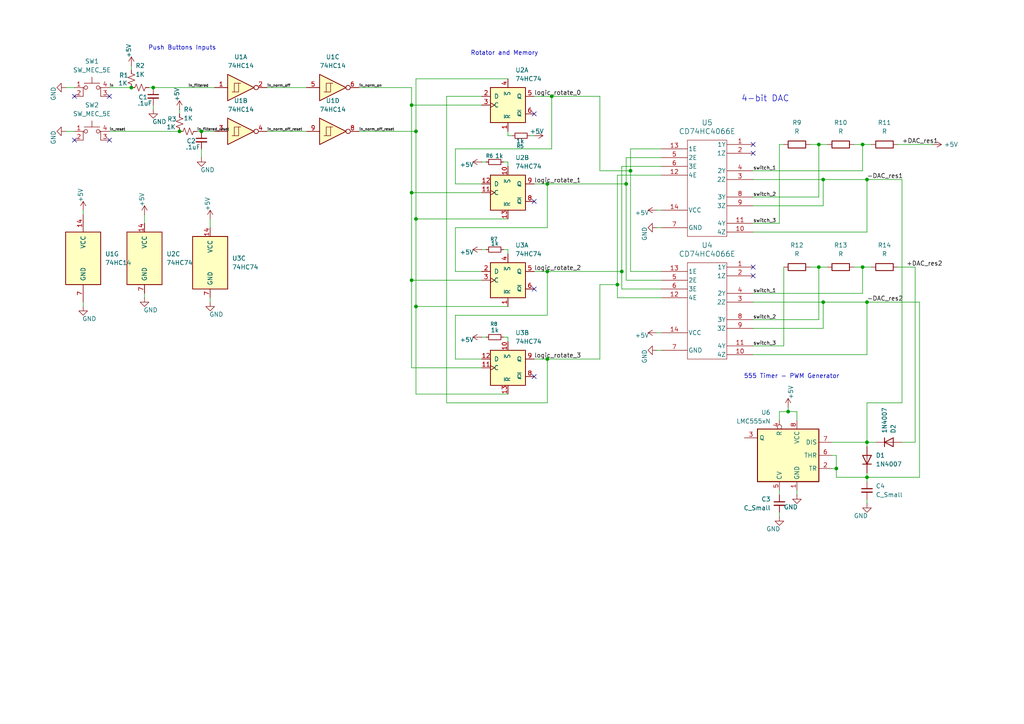
<source format=kicad_sch>
(kicad_sch (version 20250114) (generator "eeschema") (generator_version "9.0")
  (paper "A4")
  (title_block (title "PWM Controller") (date "2025-12-22"))
  (lib_symbols
    (symbol "74HC4006:CD74HC4066E" (pin_names (offset 0.254))
      (property "Reference" "U5" (at 20.32 7.62 0))
      (property "Value" "CD74HC4066E" (at 20.32 5.08 0))
      (symbol "CD74HC4066E_0_1"
        (polyline (pts (xy 15.24 2.54) (xy 15.24 -25.4)) (stroke (width 0.127)))
        (polyline (pts (xy 15.24 -25.4) (xy 26.67 -25.4)) (stroke (width 0.127)))
        (polyline (pts (xy 26.67 2.54) (xy 15.24 2.54)) (stroke (width 0.127)))
        (polyline (pts (xy 26.67 -25.4) (xy 26.67 2.54)) (stroke (width 0.127)))
        (pin input line (at 7.62 0 0) (length 7.62) (name "1E") (number "13"))
        (pin input line (at 7.62 -2.54 0) (length 7.62) (name "2E") (number "5"))
        (pin input line (at 7.62 -5.08 0) (length 7.62) (name "3E") (number "6"))
        (pin input line (at 7.62 -7.62 0) (length 7.62) (name "4E") (number "12"))
        (pin power_in line (at 7.62 -17.78 0) (length 7.62) (name "VCC") (number "14"))
        (pin power_in line (at 7.62 -22.86 0) (length 7.62) (name "GND") (number "7"))
        (pin output line (at 34.29 1.27 180) (length 7.62) (name "1Y") (number "1"))
        (pin output line (at 34.29 -1.27 180) (length 7.62) (name "1Z") (number "2"))
        (pin output line (at 34.29 -6.35 180) (length 7.62) (name "2Y") (number "4"))
        (pin output line (at 34.29 -8.89 180) (length 7.62) (name "2Z") (number "3"))
        (pin output line (at 34.29 -13.97 180) (length 7.62) (name "3Y") (number "8"))
        (pin output line (at 34.29 -16.51 180) (length 7.62) (name "3Z") (number "9"))
        (pin output line (at 34.29 -21.59 180) (length 7.62) (name "4Y") (number "11"))
        (pin output line (at 34.29 -24.13 180) (length 7.62) (name "4Z") (number "10"))
      )
    )
    (symbol "74xx:74HC14" (pin_names (offset 1.016))
      (property "Reference" "U" (at 0 1.27 0))
      (property "Value" "74HC14" (at 0 -1.27 0))
      (symbol "74HC14_1_0"
        (polyline (pts (xy -3.81 3.81) (xy -3.81 -3.81) (xy 3.81 0) (xy -3.81 3.81)) (stroke (width 0.254)) (fill (type background)))
        (pin input line (at -7.62 0 0) (length 3.81) (name "~") (number "1"))
        (pin output inverted (at 7.62 0 180) (length 3.81) (name "~") (number "2"))
      )
      (symbol "74HC14_1_1"
        (polyline (pts (xy -2.54 -1.27) (xy -0.635 -1.27) (xy -0.635 1.27) (xy 0 1.27)))
        (polyline (pts (xy -1.905 -1.27) (xy -1.905 1.27) (xy -0.635 1.27)))
      )
      (symbol "74HC14_2_0"
        (polyline (pts (xy -3.81 3.81) (xy -3.81 -3.81) (xy 3.81 0) (xy -3.81 3.81)) (stroke (width 0.254)) (fill (type background)))
        (pin input line (at -7.62 0 0) (length 3.81) (name "~") (number "3"))
        (pin output inverted (at 7.62 0 180) (length 3.81) (name "~") (number "4"))
      )
      (symbol "74HC14_2_1"
        (polyline (pts (xy -2.54 -1.27) (xy -0.635 -1.27) (xy -0.635 1.27) (xy 0 1.27)))
        (polyline (pts (xy -1.905 -1.27) (xy -1.905 1.27) (xy -0.635 1.27)))
      )
      (symbol "74HC14_3_0"
        (polyline (pts (xy -3.81 3.81) (xy -3.81 -3.81) (xy 3.81 0) (xy -3.81 3.81)) (stroke (width 0.254)) (fill (type background)))
        (pin input line (at -7.62 0 0) (length 3.81) (name "~") (number "5"))
        (pin output inverted (at 7.62 0 180) (length 3.81) (name "~") (number "6"))
      )
      (symbol "74HC14_3_1"
        (polyline (pts (xy -2.54 -1.27) (xy -0.635 -1.27) (xy -0.635 1.27) (xy 0 1.27)))
        (polyline (pts (xy -1.905 -1.27) (xy -1.905 1.27) (xy -0.635 1.27)))
      )
      (symbol "74HC14_4_0"
        (polyline (pts (xy -3.81 3.81) (xy -3.81 -3.81) (xy 3.81 0) (xy -3.81 3.81)) (stroke (width 0.254)) (fill (type background)))
        (pin input line (at -7.62 0 0) (length 3.81) (name "~") (number "9"))
        (pin output inverted (at 7.62 0 180) (length 3.81) (name "~") (number "8"))
      )
      (symbol "74HC14_4_1"
        (polyline (pts (xy -2.54 -1.27) (xy -0.635 -1.27) (xy -0.635 1.27) (xy 0 1.27)))
        (polyline (pts (xy -1.905 -1.27) (xy -1.905 1.27) (xy -0.635 1.27)))
      )
      (symbol "74HC14_5_0"
        (polyline (pts (xy -3.81 3.81) (xy -3.81 -3.81) (xy 3.81 0) (xy -3.81 3.81)) (stroke (width 0.254)) (fill (type background)))
        (pin input line (at -7.62 0 0) (length 3.81) (name "~") (number "11"))
        (pin output inverted (at 7.62 0 180) (length 3.81) (name "~") (number "10"))
      )
      (symbol "74HC14_5_1"
        (polyline (pts (xy -2.54 -1.27) (xy -0.635 -1.27) (xy -0.635 1.27) (xy 0 1.27)))
        (polyline (pts (xy -1.905 -1.27) (xy -1.905 1.27) (xy -0.635 1.27)))
      )
      (symbol "74HC14_6_0"
        (polyline (pts (xy -3.81 3.81) (xy -3.81 -3.81) (xy 3.81 0) (xy -3.81 3.81)) (stroke (width 0.254)) (fill (type background)))
        (pin input line (at -7.62 0 0) (length 3.81) (name "~") (number "13"))
        (pin output inverted (at 7.62 0 180) (length 3.81) (name "~") (number "12"))
      )
      (symbol "74HC14_6_1"
        (polyline (pts (xy -2.54 -1.27) (xy -0.635 -1.27) (xy -0.635 1.27) (xy 0 1.27)))
        (polyline (pts (xy -1.905 -1.27) (xy -1.905 1.27) (xy -0.635 1.27)))
      )
      (symbol "74HC14_7_0"
        (pin power_in line (at 0 12.7 270) (length 5.08) (name "VCC") (number "14"))
        (pin power_in line (at 0 -12.7 90) (length 5.08) (name "GND") (number "7"))
      )
      (symbol "74HC14_7_1"
        (rectangle (start -5.08 7.62) (end 5.08 -7.62) (stroke (width 0.254)) (fill (type background)))
      )
    )
    (symbol "74xx:74HC74" (pin_names (offset 1.016))
      (property "Reference" "U" (at -7.62 8.89 0))
      (property "Value" "74HC74" (at -7.62 -8.89 0))
      (symbol "74HC74_1_0"
        (pin input line (at -7.62 2.54 0) (length 2.54) (name "D") (number "2"))
        (pin input clock (at -7.62 0 0) (length 2.54) (name "C") (number "3"))
        (pin input line (at 0 7.62 270) (length 2.54) (name "~{S}") (number "4"))
        (pin input line (at 0 -7.62 90) (length 2.54) (name "~{R}") (number "1"))
        (pin output line (at 7.62 2.54 180) (length 2.54) (name "Q") (number "5"))
        (pin output line (at 7.62 -2.54 180) (length 2.54) (name "~{Q}") (number "6"))
      )
      (symbol "74HC74_1_1"
        (rectangle (start -5.08 5.08) (end 5.08 -5.08) (stroke (width 0.254)) (fill (type background)))
      )
      (symbol "74HC74_2_0"
        (pin input line (at -7.62 2.54 0) (length 2.54) (name "D") (number "12"))
        (pin input clock (at -7.62 0 0) (length 2.54) (name "C") (number "11"))
        (pin input line (at 0 7.62 270) (length 2.54) (name "~{S}") (number "10"))
        (pin input line (at 0 -7.62 90) (length 2.54) (name "~{R}") (number "13"))
        (pin output line (at 7.62 2.54 180) (length 2.54) (name "Q") (number "9"))
        (pin output line (at 7.62 -2.54 180) (length 2.54) (name "~{Q}") (number "8"))
      )
      (symbol "74HC74_2_1"
        (rectangle (start -5.08 5.08) (end 5.08 -5.08) (stroke (width 0.254)) (fill (type background)))
      )
      (symbol "74HC74_3_0"
        (pin power_in line (at 0 10.16 270) (length 2.54) (name "VCC") (number "14"))
        (pin power_in line (at 0 -10.16 90) (length 2.54) (name "GND") (number "7"))
      )
      (symbol "74HC74_3_1"
        (rectangle (start -5.08 7.62) (end 5.08 -7.62) (stroke (width 0.254)) (fill (type background)))
      )
    )
    (symbol "Device:C_Small" (pin_numbers (hide yes)) (pin_names (offset 0.254) (hide yes))
      (property "Reference" "C" (at 0.254 1.778 0))
      (property "Value" "C_Small" (at 0.254 -2.032 0))
      (symbol "C_Small_0_1"
        (polyline (pts (xy -1.524 0.508) (xy 1.524 0.508)) (stroke (width 0.3048)))
        (polyline (pts (xy -1.524 -0.508) (xy 1.524 -0.508)) (stroke (width 0.3302)))
      )
      (symbol "C_Small_1_1"
        (pin passive line (at 0 2.54 270) (length 2.032) (name "~") (number "1"))
        (pin passive line (at 0 -2.54 90) (length 2.032) (name "~") (number "2"))
      )
    )
    (symbol "Device:R" (pin_numbers (hide yes)) (pin_names (offset 0))
      (property "Reference" "R" (at 2.032 0 90))
      (property "Value" "R" (at 0 0 90))
      (symbol "R_0_1"
        (rectangle (start -1.016 -2.54) (end 1.016 2.54) (stroke (width 0.254)))
      )
      (symbol "R_1_1"
        (pin passive line (at 0 3.81 270) (length 1.27) (name "~") (number "1"))
        (pin passive line (at 0 -3.81 90) (length 1.27) (name "~") (number "2"))
      )
    )
    (symbol "Device:R_Small" (pin_numbers (hide yes)) (pin_names (offset 0.254) (hide yes))
      (property "Reference" "R" (at 0 0 90))
      (property "Value" "R_Small" (at 1.778 0 90))
      (symbol "R_Small_0_1"
        (rectangle (start -0.762 1.778) (end 0.762 -1.778) (stroke (width 0.2032)))
      )
      (symbol "R_Small_1_1"
        (pin passive line (at 0 2.54 270) (length 0.762) (name "~") (number "1"))
        (pin passive line (at 0 -2.54 90) (length 0.762) (name "~") (number "2"))
      )
    )
    (symbol "Device:R_Small_US" (pin_numbers (hide yes)) (pin_names (offset 0.254) (hide yes))
      (property "Reference" "R" (at 0.762 0.508 0))
      (property "Value" "R_Small_US" (at 0.762 -1.016 0))
      (symbol "R_Small_US_1_1"
        (polyline (pts (xy 0 1.524) (xy 1.016 1.143) (xy 0 0.762) (xy -1.016 0.381) (xy 0 0)))
        (polyline (pts (xy 0 0) (xy 1.016 -0.381) (xy 0 -0.762) (xy -1.016 -1.143) (xy 0 -1.524)))
        (pin passive line (at 0 2.54 270) (length 1.016) (name "~") (number "1"))
        (pin passive line (at 0 -2.54 90) (length 1.016) (name "~") (number "2"))
      )
    )
    (symbol "Diode:1N4007" (pin_numbers (hide yes)) (pin_names (hide yes))
      (property "Reference" "D" (at 0 2.54 0))
      (property "Value" "1N4007" (at 0 -2.54 0))
      (symbol "1N4007_0_1"
        (polyline (pts (xy -1.27 1.27) (xy -1.27 -1.27)) (stroke (width 0.254)))
        (polyline (pts (xy 1.27 1.27) (xy 1.27 -1.27) (xy -1.27 0) (xy 1.27 1.27)) (stroke (width 0.254)))
        (polyline (pts (xy 1.27 0) (xy -1.27 0)))
      )
      (symbol "1N4007_1_1"
        (pin passive line (at -3.81 0 0) (length 2.54) (name "K") (number "1"))
        (pin passive line (at 3.81 0 180) (length 2.54) (name "A") (number "2"))
      )
    )
    (symbol "Switch:SW_MEC_5E" (pin_names (offset 1.016) (hide yes))
      (property "Reference" "SW" (at 0.635 5.715 0))
      (property "Value" "SW_MEC_5E" (at 0 -3.175 0))
      (symbol "SW_MEC_5E_0_1"
        (polyline (pts (xy -2.54 0) (xy -2.54 2.54) (xy -2.286 2.54)))
        (polyline (pts (xy -2.286 3.81) (xy 2.286 3.81)))
        (circle (center -1.778 2.54) (radius 0.508))
        (polyline (pts (xy 0 3.81) (xy 0 5.588)))
        (circle (center 1.778 2.54) (radius 0.508))
        (polyline (pts (xy 2.54 0) (xy 2.54 2.54) (xy 2.286 2.54)))
        (pin passive line (at -5.08 2.54 0) (length 2.54) (name "1") (number "1"))
        (pin passive line (at -5.08 0 0) (length 2.54) (name "2") (number "2"))
        (pin passive line (at 5.08 2.54 180) (length 2.54) (name "A") (number "4"))
        (pin passive line (at 5.08 0 180) (length 2.54) (name "K") (number "3"))
      )
    )
    (symbol "Timer:LMC555xN"
      (property "Reference" "U6" (at 5.08 11.176 0))
      (property "Value" "LMC555xN" (at 5.08 8.636 0))
      (symbol "LMC555xN_0_0"
        (pin power_in line (at -2.54 8.89 270) (length 2.54) (name "VCC") (number "8"))
        (pin power_in line (at -2.54 -11.43 90) (length 2.54) (name "GND") (number "1"))
      )
      (symbol "LMC555xN_0_1"
        (rectangle (start -8.89 -8.89) (end 8.89 6.35) (stroke (width 0.254)) (fill (type background)))
        (rectangle (start -8.89 -8.89) (end 8.89 6.35) (stroke (width 0.254)) (fill (type background)))
      )
      (symbol "LMC555xN_1_1"
        (pin input line (at -12.7 2.54 0) (length 3.81) (name "DIS") (number "7"))
        (pin input line (at -12.7 -1.27 0) (length 3.81) (name "THR") (number "6"))
        (pin input line (at -12.7 -5.08 0) (length 3.81) (name "TR") (number "2"))
        (pin input inverted (at 2.54 8.89 270) (length 2.54) (name "R") (number "4"))
        (pin input line (at 2.54 -11.43 90) (length 2.54) (name "CV") (number "5"))
        (pin output line (at 12.7 3.81 180) (length 3.81) (name "Q") (number "3"))
      )
    )
    (symbol "power:GND" (power) (pin_numbers (hide yes)) (pin_names (offset 0) (hide yes))
      (property "Value" "GND" (at 0 -3.81 0))
      (symbol "GND_0_1"
        (polyline (pts (xy 0 0) (xy 0 -1.27) (xy 1.27 -1.27) (xy 0 -2.54) (xy -1.27 -1.27) (xy 0 -1.27)))
      )
      (symbol "GND_1_1"
        (pin power_in line (at 0 0 270) (length 0) (name "~") (number "1"))
      )
    )
    (symbol "power:VDC" (power) (pin_numbers (hide yes)) (pin_names (offset 0) (hide yes))
      (property "Value" "VDC" (at 0 3.556 0))
      (symbol "VDC_0_1"
        (polyline (pts (xy -0.762 1.27) (xy 0 2.54)))
        (polyline (pts (xy 0 2.54) (xy 0.762 1.27)))
        (polyline (pts (xy 0 0) (xy 0 2.54)))
      )
      (symbol "VDC_1_1"
        (pin power_in line (at 0 0 90) (length 0) (name "~") (number "1"))
      )
    )
  )
  (text "4-bit DAC\n" (at 221.996 28.702 0) (effects (font (size 1.778 1.778))))
  (text "Push Buttons Inputs\n " (at 52.832 14.986 0) (effects (font (size 1.27 1.27))))
  (text "555 Timer - PWM Generator" (at 229.616 109.22 0) (effects (font (size 1.27 1.27))))
  (text "Rotator and Memory\n" (at 146.304 15.494 0) (effects (font (size 1.27 1.27))))
  (junction (at 120.65 38.1))
  (junction (at 237.49 41.91))
  (junction (at 119.38 55.88))
  (junction (at 251.46 138.43))
  (junction (at 182.88 49.53))
  (junction (at 120.65 88.9))
  (junction (at 52.07 38.1))
  (junction (at 250.19 41.91))
  (junction (at 119.38 81.28))
  (junction (at 158.75 53.34))
  (junction (at 160.02 27.94))
  (junction (at 250.19 77.47))
  (junction (at 228.6 119.38))
  (junction (at 44.45 25.4))
  (junction (at 181.61 53.34))
  (junction (at 237.49 77.47))
  (junction (at 179.07 82.55))
  (junction (at 242.57 135.89))
  (junction (at 38.1 25.4))
  (junction (at 238.76 87.63))
  (junction (at 238.76 52.07))
  (junction (at 58.42 38.1))
  (junction (at 119.38 30.48))
  (junction (at 251.46 128.27))
  (junction (at 251.46 52.07))
  (junction (at 158.75 104.14))
  (junction (at 120.65 63.5))
  (junction (at 180.34 78.74))
  (junction (at 158.75 78.74))
  (junction (at 251.46 87.63))
  (no_connect (at 218.44 80.01))
  (no_connect (at 218.44 44.45))
  (no_connect (at 21.59 40.64))
  (no_connect (at 154.94 33.02))
  (no_connect (at 31.75 27.94))
  (no_connect (at 154.94 109.22))
  (no_connect (at 31.75 40.64))
  (no_connect (at 218.44 77.47))
  (no_connect (at 218.44 41.91))
  (no_connect (at 21.59 27.94))
  (no_connect (at 154.94 83.82))
  (no_connect (at 154.94 58.42))
  (wire (pts (xy 77.47 38.1) (xy 88.9 38.1)))
  (wire (pts (xy 19.05 25.4) (xy 21.59 25.4)))
  (wire (pts (xy 266.7 87.63) (xy 266.7 138.43)))
  (wire (pts (xy 218.44 102.87) (xy 251.46 102.87)))
  (wire (pts (xy 58.42 43.18) (xy 58.42 45.72)))
  (wire (pts (xy 180.34 78.74) (xy 180.34 83.82)))
  (wire (pts (xy 238.76 52.07) (xy 251.46 52.07)))
  (wire (pts (xy 231.14 119.38) (xy 231.14 121.92)))
  (wire (pts (xy 237.49 41.91) (xy 237.49 57.15)))
  (wire (pts (xy 251.46 138.43) (xy 242.57 138.43)))
  (wire (pts (xy 104.14 38.1) (xy 120.65 38.1)))
  (wire (pts (xy 231.14 142.24) (xy 231.14 143.51)))
  (wire (pts (xy 190.5 101.6) (xy 191.77 101.6)))
  (wire (pts (xy 218.44 85.09) (xy 250.19 85.09)))
  (wire (pts (xy 226.06 119.38) (xy 226.06 121.92)))
  (wire (pts (xy 173.99 104.14) (xy 173.99 82.55)))
  (wire (pts (xy 181.61 45.72) (xy 181.61 53.34)))
  (wire (pts (xy 24.13 60.96) (xy 24.13 62.23)))
  (wire (pts (xy 129.54 116.84) (xy 129.54 27.94)))
  (wire (pts (xy 132.08 66.04) (xy 132.08 78.74)))
  (wire (pts (xy 24.13 87.63) (xy 24.13 88.9)))
  (wire (pts (xy 147.32 46.99) (xy 147.32 48.26)))
  (wire (pts (xy 119.38 30.48) (xy 119.38 25.4)))
  (wire (pts (xy 158.75 78.74) (xy 158.75 91.44)))
  (wire (pts (xy 247.65 77.47) (xy 250.19 77.47)))
  (wire (pts (xy 242.57 135.89) (xy 241.3 135.89)))
  (wire (pts (xy 31.75 25.4) (xy 38.1 25.4)))
  (wire (pts (xy 237.49 41.91) (xy 240.03 41.91)))
  (wire (pts (xy 19.05 38.1) (xy 21.59 38.1)))
  (wire (pts (xy 191.77 83.82) (xy 180.34 83.82)))
  (wire (pts (xy 191.77 81.28) (xy 181.61 81.28)))
  (wire (pts (xy 251.46 67.31) (xy 251.46 52.07)))
  (wire (pts (xy 147.32 22.86) (xy 120.65 22.86)))
  (wire (pts (xy 190.5 60.96) (xy 191.77 60.96)))
  (wire (pts (xy 226.06 142.24) (xy 226.06 143.51)))
  (wire (pts (xy 77.47 25.4) (xy 88.9 25.4)))
  (wire (pts (xy 60.96 63.5) (xy 60.96 66.04)))
  (wire (pts (xy 158.75 91.44) (xy 132.08 91.44)))
  (wire (pts (xy 158.75 53.34) (xy 181.61 53.34)))
  (wire (pts (xy 139.7 30.48) (xy 119.38 30.48)))
  (wire (pts (xy 260.35 41.91) (xy 270.51 41.91)))
  (wire (pts (xy 132.08 53.34) (xy 139.7 53.34)))
  (wire (pts (xy 180.34 48.26) (xy 191.77 48.26)))
  (wire (pts (xy 158.75 66.04) (xy 132.08 66.04)))
  (wire (pts (xy 132.08 78.74) (xy 139.7 78.74)))
  (wire (pts (xy 238.76 95.25) (xy 238.76 87.63)))
  (wire (pts (xy 147.32 88.9) (xy 120.65 88.9)))
  (wire (pts (xy 218.44 92.71) (xy 237.49 92.71)))
  (wire (pts (xy 254 128.27) (xy 251.46 128.27)))
  (wire (pts (xy 242.57 138.43) (xy 242.57 135.89)))
  (wire (pts (xy 241.3 132.08) (xy 242.57 132.08)))
  (wire (pts (xy 139.7 55.88) (xy 119.38 55.88)))
  (wire (pts (xy 218.44 87.63) (xy 238.76 87.63)))
  (wire (pts (xy 44.45 30.48) (xy 44.45 31.75)))
  (wire (pts (xy 132.08 43.18) (xy 132.08 53.34)))
  (wire (pts (xy 120.65 63.5) (xy 120.65 88.9)))
  (wire (pts (xy 139.7 81.28) (xy 119.38 81.28)))
  (wire (pts (xy 173.99 49.53) (xy 182.88 49.53)))
  (wire (pts (xy 132.08 91.44) (xy 132.08 104.14)))
  (wire (pts (xy 234.95 77.47) (xy 237.49 77.47)))
  (wire (pts (xy 132.08 104.14) (xy 139.7 104.14)))
  (wire (pts (xy 146.05 46.99) (xy 147.32 46.99)))
  (wire (pts (xy 226.06 119.38) (xy 228.6 119.38)))
  (wire (pts (xy 160.02 43.18) (xy 132.08 43.18)))
  (wire (pts (xy 181.61 45.72) (xy 191.77 45.72)))
  (wire (pts (xy 160.02 27.94) (xy 160.02 43.18)))
  (wire (pts (xy 250.19 85.09) (xy 250.19 77.47)))
  (wire (pts (xy 146.05 97.79) (xy 147.32 97.79)))
  (wire (pts (xy 104.14 25.4) (xy 119.38 25.4)))
  (wire (pts (xy 190.5 96.52) (xy 191.77 96.52)))
  (wire (pts (xy 182.88 49.53) (xy 182.88 78.74)))
  (wire (pts (xy 158.75 104.14) (xy 158.75 116.84)))
  (wire (pts (xy 31.75 38.1) (xy 52.07 38.1)))
  (wire (pts (xy 57.15 38.1) (xy 58.42 38.1)))
  (wire (pts (xy 120.65 63.5) (xy 120.65 38.1)))
  (wire (pts (xy 238.76 87.63) (xy 251.46 87.63)))
  (wire (pts (xy 147.32 114.3) (xy 120.65 114.3)))
  (wire (pts (xy 251.46 52.07) (xy 261.62 52.07)))
  (wire (pts (xy 158.75 116.84) (xy 129.54 116.84)))
  (wire (pts (xy 139.7 97.79) (xy 140.97 97.79)))
  (wire (pts (xy 179.07 82.55) (xy 179.07 86.36)))
  (wire (pts (xy 218.44 52.07) (xy 238.76 52.07)))
  (wire (pts (xy 119.38 106.68) (xy 119.38 81.28)))
  (wire (pts (xy 154.94 39.37) (xy 153.67 39.37)))
  (wire (pts (xy 247.65 41.91) (xy 250.19 41.91)))
  (wire (pts (xy 226.06 148.59) (xy 226.06 149.86)))
  (wire (pts (xy 237.49 92.71) (xy 237.49 77.47)))
  (wire (pts (xy 154.94 104.14) (xy 158.75 104.14)))
  (wire (pts (xy 139.7 72.39) (xy 140.97 72.39)))
  (wire (pts (xy 251.46 116.84) (xy 251.46 128.27)))
  (wire (pts (xy 265.43 77.47) (xy 265.43 128.27)))
  (wire (pts (xy 218.44 59.69) (xy 238.76 59.69)))
  (wire (pts (xy 242.57 132.08) (xy 242.57 135.89)))
  (wire (pts (xy 261.62 116.84) (xy 251.46 116.84)))
  (wire (pts (xy 154.94 78.74) (xy 158.75 78.74)))
  (wire (pts (xy 251.46 102.87) (xy 251.46 87.63)))
  (wire (pts (xy 154.94 53.34) (xy 158.75 53.34)))
  (wire (pts (xy 44.45 25.4) (xy 62.23 25.4)))
  (wire (pts (xy 265.43 128.27) (xy 261.62 128.27)))
  (wire (pts (xy 250.19 49.53) (xy 250.19 41.91)))
  (wire (pts (xy 147.32 39.37) (xy 147.32 38.1)))
  (wire (pts (xy 173.99 27.94) (xy 173.99 49.53)))
  (wire (pts (xy 179.07 50.8) (xy 191.77 50.8)))
  (wire (pts (xy 261.62 52.07) (xy 261.62 116.84)))
  (wire (pts (xy 139.7 106.68) (xy 119.38 106.68)))
  (wire (pts (xy 218.44 57.15) (xy 237.49 57.15)))
  (wire (pts (xy 228.6 118.11) (xy 228.6 119.38)))
  (wire (pts (xy 234.95 41.91) (xy 237.49 41.91)))
  (wire (pts (xy 238.76 59.69) (xy 238.76 52.07)))
  (wire (pts (xy 119.38 81.28) (xy 119.38 55.88)))
  (wire (pts (xy 58.42 38.1) (xy 62.23 38.1)))
  (wire (pts (xy 173.99 104.14) (xy 158.75 104.14)))
  (wire (pts (xy 218.44 64.77) (xy 226.06 64.77)))
  (wire (pts (xy 129.54 27.94) (xy 139.7 27.94)))
  (wire (pts (xy 231.14 119.38) (xy 228.6 119.38)))
  (wire (pts (xy 120.65 88.9) (xy 120.65 114.3)))
  (wire (pts (xy 251.46 144.78) (xy 251.46 146.05)))
  (wire (pts (xy 218.44 95.25) (xy 238.76 95.25)))
  (wire (pts (xy 251.46 87.63) (xy 266.7 87.63)))
  (wire (pts (xy 250.19 77.47) (xy 252.73 77.47)))
  (wire (pts (xy 147.32 72.39) (xy 147.32 73.66)))
  (wire (pts (xy 251.46 128.27) (xy 241.3 128.27)))
  (wire (pts (xy 41.91 85.09) (xy 41.91 86.36)))
  (wire (pts (xy 251.46 138.43) (xy 251.46 139.7)))
  (wire (pts (xy 227.33 41.91) (xy 226.06 41.91)))
  (wire (pts (xy 250.19 41.91) (xy 252.73 41.91)))
  (wire (pts (xy 191.77 78.74) (xy 182.88 78.74)))
  (wire (pts (xy 158.75 53.34) (xy 158.75 66.04)))
  (wire (pts (xy 227.33 77.47) (xy 227.33 100.33)))
  (wire (pts (xy 218.44 67.31) (xy 251.46 67.31)))
  (wire (pts (xy 120.65 22.86) (xy 120.65 38.1)))
  (wire (pts (xy 226.06 41.91) (xy 226.06 64.77)))
  (wire (pts (xy 147.32 97.79) (xy 147.32 99.06)))
  (wire (pts (xy 148.59 39.37) (xy 147.32 39.37)))
  (wire (pts (xy 146.05 72.39) (xy 147.32 72.39)))
  (wire (pts (xy 190.5 66.04) (xy 191.77 66.04)))
  (wire (pts (xy 173.99 27.94) (xy 160.02 27.94)))
  (wire (pts (xy 218.44 49.53) (xy 250.19 49.53)))
  (wire (pts (xy 251.46 128.27) (xy 251.46 129.54)))
  (wire (pts (xy 260.35 77.47) (xy 265.43 77.47)))
  (wire (pts (xy 180.34 48.26) (xy 180.34 78.74)))
  (wire (pts (xy 251.46 138.43) (xy 266.7 138.43)))
  (wire (pts (xy 154.94 27.94) (xy 160.02 27.94)))
  (wire (pts (xy 181.61 53.34) (xy 181.61 81.28)))
  (wire (pts (xy 173.99 82.55) (xy 179.07 82.55)))
  (wire (pts (xy 41.91 62.23) (xy 41.91 64.77)))
  (wire (pts (xy 139.7 46.99) (xy 140.97 46.99)))
  (wire (pts (xy 158.75 78.74) (xy 180.34 78.74)))
  (wire (pts (xy 182.88 43.18) (xy 191.77 43.18)))
  (wire (pts (xy 52.07 31.75) (xy 52.07 33.02)))
  (wire (pts (xy 60.96 86.36) (xy 60.96 87.63)))
  (wire (pts (xy 191.77 86.36) (xy 179.07 86.36)))
  (wire (pts (xy 251.46 137.16) (xy 251.46 138.43)))
  (wire (pts (xy 237.49 77.47) (xy 240.03 77.47)))
  (wire (pts (xy 218.44 100.33) (xy 227.33 100.33)))
  (wire (pts (xy 43.18 25.4) (xy 44.45 25.4)))
  (wire (pts (xy 179.07 50.8) (xy 179.07 82.55)))
  (wire (pts (xy 182.88 43.18) (xy 182.88 49.53)))
  (wire (pts (xy 38.1 19.05) (xy 38.1 20.32)))
  (wire (pts (xy 119.38 55.88) (xy 119.38 30.48)))
  (wire (pts (xy 120.65 63.5) (xy 147.32 63.5)))
  (label "in_norm_off_reset" (at 104.14 38.1 0) (effects (font (size 0.762 0.762))))
  (label "logic_rotate_1" (at 154.94 53.34 0))
  (label "+DAC_res2" (at 262.89 77.47 0))
  (label "in_filtered_reset" (at 57.15 38.1 0) (effects (font (size 0.762 0.762))))
  (label "switch_1" (at 218.44 49.53 0) (effects (font (size 1.016 1.016))))
  (label "in_reset" (at 31.75 38.1 0) (effects (font (size 0.762 0.762))))
  (label "switch_2" (at 218.44 92.71 0) (effects (font (size 1.016 1.016))))
  (label "in_norm_on" (at 104.14 25.4 0) (effects (font (size 0.762 0.762))))
  (label "switch_2" (at 218.44 57.15 0) (effects (font (size 1.016 1.016))))
  (label "-DAC_res1" (at 251.46 52.07 0))
  (label "logic_rotate_2" (at 154.94 78.74 0))
  (label "logic_rotate_3" (at 154.94 104.14 0))
  (label "logic_rotate_0" (at 154.94 27.94 0))
  (label "in_norm_off_reset" (at 77.47 38.1 0) (effects (font (size 0.762 0.762))))
  (label "in" (at 31.75 25.4 0) (effects (font (size 0.762 0.762))))
  (label "switch_3" (at 218.44 100.33 0) (effects (font (size 1.016 1.016))))
  (label "in_filtered" (at 54.61 25.4 0) (effects (font (size 0.762 0.762))))
  (label "-DAC_res2" (at 251.46 87.63 0))
  (label "in_norm_off" (at 77.47 25.4 0) (effects (font (size 0.762 0.762))))
  (label "switch_1" (at 218.44 85.09 0) (effects (font (size 1.016 1.016))))
  (label "switch_3" (at 218.44 64.77 0) (effects (font (size 1.016 1.016))))
  (label "+DAC_res1" (at 261.62 41.91 0))
  (symbol (lib_id "power:GND") (at 19.05 38.1 270) (unit 1)
    (property "Reference" "#PWR02" (effects (hide yes)))
    (property "Value" "GND" (at 15.494 39.878 0))
    (property "Description" "Power symbol creates a global label with name \"GND\" , ground" (effects (hide yes)))
  )
  (symbol (lib_id "Timer:LMC555xN") (at 228.6 130.81 0) (mirror y) (unit 1)
    (property "Reference" "U6" (at 223.52 119.634 0) (effects (justify left)))
    (property "Value" "LMC555xN" (at 223.52 122.174 0) (effects (justify left)))
    (property "Footprint" "Package_DIP:DIP-8_W7.62mm" (effects (hide yes)))
    (property "Datasheet" "http://www.ti.com/lit/ds/symlink/lmc555.pdf" (effects (hide yes)))
    (property "Description" "CMOS Timer, 555 compatible, PDIP-8" (effects (hide yes)))
  )
  (symbol (lib_id "Device:R_Small_US") (at 52.07 35.56 180) (unit 1)
    (property "Reference" "R3" (at 48.514 34.544 0) (effects (justify right)))
    (property "Value" "1K" (at 48.26 36.83 0) (effects (justify right)))
    (property "Description" "Resistor, small US symbol" (effects (hide yes)))
  )
  (symbol (lib_id "power:VDC") (at 190.5 60.96 90) (unit 1)
    (property "Reference" "#PWR015" (effects (hide yes)))
    (property "Value" "+5V" (at 186.182 61.722 90))
    (property "Description" "Power symbol creates a global label with name \"VDC\"" (effects (hide yes)))
  )
  (symbol (lib_id "Device:R_Small_US") (at 38.1 22.86 180) (unit 1)
    (property "Reference" "R1" (at 34.544 21.844 0) (effects (justify right)))
    (property "Value" "1K" (at 34.29 24.13 0) (effects (justify right)))
    (property "Description" "Resistor, small US symbol" (effects (hide yes)))
  )
  (symbol (lib_id "74HC4006:CD74HC4066E") (at 184.15 78.74 0) (unit 1)
    (property "Reference" "U4" (at 205.105 71.12 0) (effects (font (size 1.524 1.524))))
    (property "Value" "CD74HC4066E" (at 205.105 73.66 0) (effects (font (size 1.524 1.524))))
    (property "Footprint" "N14" (effects (hide yes)))
    (property "Datasheet" "https://www.ti.com/lit/gpn/cd74hc4066" (effects (hide yes)))
  )
  (symbol (lib_id "74xx:74HC74") (at 41.91 74.93 0) (unit 3)
    (property "Reference" "U2" (at 48.26 73.6599 0) (effects (justify left)))
    (property "Value" "74HC74" (at 48.26 76.1999 0) (effects (justify left)))
    (property "Datasheet" "74xx/74hc_hct74.pdf" (effects (hide yes)))
    (property "Description" "Dual D Flip-flop, Set & Reset" (effects (hide yes)))
  )
  (symbol (lib_id "power:VDC") (at 228.6 118.11 0) (mirror y) (unit 1)
    (property "Reference" "#PWR019" (effects (hide yes)))
    (property "Value" "+5V" (at 229.362 113.792 90))
    (property "Description" "Power symbol creates a global label with name \"VDC\"" (effects (hide yes)))
  )
  (symbol (lib_id "Device:R") (at 243.84 77.47 90) (unit 1)
    (property "Reference" "R13" (at 243.84 71.12 90))
    (property "Value" "R" (at 243.84 73.66 90))
    (property "Description" "Resistor" (effects (hide yes)))
  )
  (symbol (lib_id "Device:R_Small") (at 143.51 46.99 90) (unit 1)
    (property "Reference" "R6" (at 141.986 45.212 90) (effects (font (size 1.016 1.016))))
    (property "Value" "1k" (at 144.78 45.212 90))
    (property "Description" "Resistor, small symbol" (effects (hide yes)))
  )
  (symbol (lib_id "power:VDC") (at 154.94 39.37 270) (unit 1)
    (property "Reference" "#PWR011" (effects (hide yes)))
    (property "Value" "+5V" (at 155.702 38.1 90))
    (property "Description" "Power symbol creates a global label with name \"VDC\"" (effects (hide yes)))
  )
  (symbol (lib_id "power:GND") (at 190.5 101.6 270) (unit 1)
    (property "Reference" "#PWR018" (effects (hide yes)))
    (property "Value" "GND" (at 186.944 103.378 0))
    (property "Description" "Power symbol creates a global label with name \"GND\" , ground" (effects (hide yes)))
  )
  (symbol (lib_id "Device:R") (at 256.54 41.91 90) (unit 1)
    (property "Reference" "R11" (at 256.54 35.56 90))
    (property "Value" "R" (at 256.54 38.1 90))
    (property "Description" "Resistor" (effects (hide yes)))
  )
  (symbol (lib_id "power:GND") (at 60.96 87.63 0) (unit 1)
    (property "Reference" "#PWR010" (effects (hide yes)))
    (property "Value" "GND" (at 62.738 91.186 0))
    (property "Description" "Power symbol creates a global label with name \"GND\" , ground" (effects (hide yes)))
  )
  (symbol (lib_id "power:VDC") (at 52.07 31.75 0) (unit 1)
    (property "Reference" "#PWR04" (effects (hide yes)))
    (property "Value" "+5V" (at 51.308 27.432 90))
    (property "Description" "Power symbol creates a global label with name \"VDC\"" (effects (hide yes)))
  )
  (symbol (lib_id "Device:C_Small") (at 44.45 27.94 0) (unit 1)
    (property "Reference" "C1" (at 40.132 28.194 0) (effects (justify left)))
    (property "Value" ".1uF" (at 39.878 29.972 0) (effects (justify left)))
    (property "Description" "Unpolarized capacitor, small symbol" (effects (hide yes)))
  )
  (symbol (lib_id "power:VDC") (at 190.5 96.52 90) (unit 1)
    (property "Reference" "#PWR017" (effects (hide yes)))
    (property "Value" "+5V" (at 186.182 97.282 90))
    (property "Description" "Power symbol creates a global label with name \"VDC\"" (effects (hide yes)))
  )
  (symbol (lib_id "power:VDC") (at 139.7 72.39 90) (unit 1)
    (property "Reference" "#PWR013" (effects (hide yes)))
    (property "Value" "+5V" (at 135.382 73.152 90))
    (property "Description" "Power symbol creates a global label with name \"VDC\"" (effects (hide yes)))
  )
  (symbol (lib_id "Device:R_Small_US") (at 54.61 38.1 90) (unit 1)
    (property "Reference" "R4" (at 54.61 31.75 90))
    (property "Value" "1K" (at 54.61 34.29 90))
    (property "Description" "Resistor, small US symbol" (effects (hide yes)))
  )
  (symbol (lib_id "Device:R_Small") (at 143.51 97.79 90) (unit 1)
    (property "Reference" "R8" (at 143.256 93.98 90) (effects (font (size 1.016 1.016))))
    (property "Value" "1k" (at 143.51 95.758 90))
    (property "Description" "Resistor, small symbol" (effects (hide yes)))
  )
  (symbol (lib_id "Switch:SW_MEC_5E") (at 26.67 40.64 0) (unit 1)
    (property "Reference" "SW2" (at 26.67 30.48 0))
    (property "Value" "SW_MEC_5E" (at 26.67 33.02 0))
    (property "Datasheet" "http://www.apem.com/int/index.php?controller=attachment&id_attachment=1371" (effects (hide yes)))
    (property "Description" "MEC 5E single pole normally-open tactile switch" (effects (hide yes)))
  )
  (symbol (lib_id "74xx:74HC14") (at 24.13 74.93 0) (unit 7)
    (property "Reference" "U1" (at 30.48 73.6599 0) (effects (justify left)))
    (property "Value" "74HC14" (at 30.48 76.1999 0) (effects (justify left)))
    (property "Datasheet" "http://www.ti.com/lit/gpn/sn74HC14" (effects (hide yes)))
    (property "Description" "Hex inverter schmitt trigger" (effects (hide yes)))
  )
  (symbol (lib_id "74HC4006:CD74HC4066E") (at 184.15 43.18 0) (unit 1)
    (property "Reference" "U5" (at 205.105 35.56 0) (effects (font (size 1.524 1.524))))
    (property "Value" "CD74HC4066E" (at 205.105 38.1 0) (effects (font (size 1.524 1.524))))
    (property "Footprint" "N14" (effects (hide yes)))
    (property "Datasheet" "https://www.ti.com/lit/gpn/cd74hc4066" (effects (hide yes)))
  )
  (symbol (lib_id "power:GND") (at 19.05 25.4 270) (unit 1)
    (property "Reference" "#PWR01" (effects (hide yes)))
    (property "Value" "GND" (at 15.494 27.178 0))
    (property "Description" "Power symbol creates a global label with name \"GND\" , ground" (effects (hide yes)))
  )
  (symbol (lib_id "Device:C_Small") (at 251.46 142.24 0) (unit 1)
    (property "Reference" "C4" (at 254 140.9762 0) (effects (justify left)))
    (property "Value" "C_Small" (at 254 143.5162 0) (effects (justify left)))
    (property "Description" "Unpolarized capacitor, small symbol" (effects (hide yes)))
  )
  (symbol (lib_id "power:VDC") (at 24.13 60.96 0) (unit 1)
    (property "Reference" "#PWR06" (effects (hide yes)))
    (property "Value" "+5V" (at 23.368 56.642 90))
    (property "Description" "Power symbol creates a global label with name \"VDC\"" (effects (hide yes)))
  )
  (symbol (lib_id "power:GND") (at 41.91 86.36 0) (unit 1)
    (property "Reference" "#PWR09" (effects (hide yes)))
    (property "Value" "GND" (at 43.688 89.916 0))
    (property "Description" "Power symbol creates a global label with name \"GND\" , ground" (effects (hide yes)))
  )
  (symbol (lib_id "power:GND") (at 44.45 31.75 0) (unit 1)
    (property "Reference" "#PWR026" (effects (hide yes)))
    (property "Value" "GND" (at 46.228 35.306 0))
    (property "Description" "Power symbol creates a global label with name \"GND\" , ground" (effects (hide yes)))
  )
  (symbol (lib_id "Diode:1N4007") (at 257.81 128.27 0) (unit 1)
    (property "Reference" "D2" (at 259.0801 125.73 90) (effects (justify left)))
    (property "Value" "1N4007" (at 256.5401 125.73 90) (effects (justify left)))
    (property "Footprint" "Diode_THT:D_DO-41_SOD81_P10.16mm_Horizontal" (effects (hide yes)))
    (property "Datasheet" "http://www.vishay.com/docs/88503/1n4001.pdf" (effects (hide yes)))
    (property "Description" "1000V 1A General Purpose Rectifier Diode, DO-41" (effects (hide yes)))
    (property "Sim.Device" "D" (effects (hide yes)))
    (property "Sim.Pins" "1=K 2=A" (effects (hide yes)))
  )
  (symbol (lib_id "power:VDC") (at 139.7 97.79 90) (unit 1)
    (property "Reference" "#PWR014" (effects (hide yes)))
    (property "Value" "+5V" (at 135.382 98.552 90))
    (property "Description" "Power symbol creates a global label with name \"VDC\"" (effects (hide yes)))
  )
  (symbol (lib_id "74xx:74HC74") (at 147.32 30.48 0) (unit 1)
    (property "Reference" "U2" (at 149.4633 20.32 0) (effects (justify left)))
    (property "Value" "74HC74" (at 149.4633 22.86 0) (effects (justify left)))
    (property "Datasheet" "74xx/74hc_hct74.pdf" (effects (hide yes)))
    (property "Description" "Dual D Flip-flop, Set & Reset" (effects (hide yes)))
  )
  (symbol (lib_id "Device:R") (at 231.14 41.91 90) (unit 1)
    (property "Reference" "R9" (at 231.14 35.56 90))
    (property "Value" "R" (at 231.14 38.1 90))
    (property "Description" "Resistor" (effects (hide yes)))
  )
  (symbol (lib_id "Diode:1N4007") (at 251.46 133.35 270) (mirror x) (unit 1)
    (property "Reference" "D1" (at 254 132.0799 90) (effects (justify left)))
    (property "Value" "1N4007" (at 254 134.6199 90) (effects (justify left)))
    (property "Footprint" "Diode_THT:D_DO-41_SOD81_P10.16mm_Horizontal" (effects (hide yes)))
    (property "Datasheet" "http://www.vishay.com/docs/88503/1n4001.pdf" (effects (hide yes)))
    (property "Description" "1000V 1A General Purpose Rectifier Diode, DO-41" (effects (hide yes)))
    (property "Sim.Device" "D" (effects (hide yes)))
    (property "Sim.Pins" "1=K 2=A" (effects (hide yes)))
  )
  (symbol (lib_id "Device:C_Small") (at 226.06 146.05 0) (mirror y) (unit 1)
    (property "Reference" "C3" (at 223.52 144.7862 0) (effects (justify left)))
    (property "Value" "C_Small" (at 223.52 147.3262 0) (effects (justify left)))
    (property "Description" "Unpolarized capacitor, small symbol" (effects (hide yes)))
  )
  (symbol (lib_id "74xx:74HC74") (at 147.32 55.88 0) (unit 2)
    (property "Reference" "U2" (at 149.4633 45.72 0) (effects (justify left)))
    (property "Value" "74HC74" (at 149.4633 48.26 0) (effects (justify left)))
    (property "Datasheet" "74xx/74hc_hct74.pdf" (effects (hide yes)))
    (property "Description" "Dual D Flip-flop, Set & Reset" (effects (hide yes)))
  )
  (symbol (lib_id "Device:C_Small") (at 58.42 40.64 0) (unit 1)
    (property "Reference" "C2" (at 54.102 40.894 0) (effects (justify left)))
    (property "Value" ".1uF" (at 53.848 42.672 0) (effects (justify left)))
    (property "Description" "Unpolarized capacitor, small symbol" (effects (hide yes)))
  )
  (symbol (lib_id "Device:R_Small") (at 143.51 72.39 90) (unit 1)
    (property "Reference" "R7" (at 143.256 69.342 90) (effects (font (size 1.016 1.016))))
    (property "Value" "1k" (at 143.51 70.612 90))
    (property "Description" "Resistor, small symbol" (effects (hide yes)))
  )
  (symbol (lib_id "Device:R") (at 231.14 77.47 90) (unit 1)
    (property "Reference" "R12" (at 231.14 71.12 90))
    (property "Value" "R" (at 231.14 73.66 90))
    (property "Description" "Resistor" (effects (hide yes)))
  )
  (symbol (lib_id "74xx:74HC14") (at 96.52 38.1 0) (unit 4)
    (property "Reference" "U1" (at 96.52 29.21 0))
    (property "Value" "74HC14" (at 96.52 31.75 0))
    (property "Datasheet" "http://www.ti.com/lit/gpn/sn74HC14" (effects (hide yes)))
    (property "Description" "Hex inverter schmitt trigger" (effects (hide yes)))
  )
  (symbol (lib_id "power:GND") (at 231.14 143.51 0) (mirror y) (unit 1)
    (property "Reference" "#PWR020" (effects (hide yes)))
    (property "Value" "GND" (at 229.362 147.066 0))
    (property "Description" "Power symbol creates a global label with name \"GND\" , ground" (effects (hide yes)))
  )
  (symbol (lib_id "Device:R") (at 243.84 41.91 90) (unit 1)
    (property "Reference" "R10" (at 243.84 35.56 90))
    (property "Value" "R" (at 243.84 38.1 90))
    (property "Description" "Resistor" (effects (hide yes)))
  )
  (symbol (lib_id "power:VDC") (at 38.1 19.05 0) (unit 1)
    (property "Reference" "#PWR028" (effects (hide yes)))
    (property "Value" "+5V" (at 37.338 14.732 90))
    (property "Description" "Power symbol creates a global label with name \"VDC\"" (effects (hide yes)))
  )
  (symbol (lib_id "Device:R_Small") (at 151.13 39.37 270) (unit 1)
    (property "Reference" "R5" (at 150.876 42.418 90) (effects (font (size 1.016 1.016))))
    (property "Value" "1k" (at 150.876 40.894 90))
    (property "Description" "Resistor, small symbol" (effects (hide yes)))
  )
  (symbol (lib_id "power:VDC") (at 41.91 62.23 0) (unit 1)
    (property "Reference" "#PWR07" (effects (hide yes)))
    (property "Value" "+5V" (at 41.148 57.912 90))
    (property "Description" "Power symbol creates a global label with name \"VDC\"" (effects (hide yes)))
  )
  (symbol (lib_id "power:VDC") (at 270.51 41.91 270) (mirror x) (unit 1)
    (property "Reference" "#PWR024" (effects (hide yes)))
    (property "Value" "+5V" (at 275.844 41.91 90))
    (property "Description" "Power symbol creates a global label with name \"VDC\"" (effects (hide yes)))
  )
  (symbol (lib_id "74xx:74HC14") (at 69.85 25.4 0) (unit 1)
    (property "Reference" "U1" (at 69.85 16.51 0))
    (property "Value" "74HC14" (at 69.85 19.05 0))
    (property "Datasheet" "http://www.ti.com/lit/gpn/sn74HC14" (effects (hide yes)))
    (property "Description" "Hex inverter schmitt trigger" (effects (hide yes)))
  )
  (symbol (lib_id "74xx:74HC14") (at 96.52 25.4 0) (unit 3)
    (property "Reference" "U1" (at 96.52 16.51 0))
    (property "Value" "74HC14" (at 96.52 19.05 0))
    (property "Datasheet" "http://www.ti.com/lit/gpn/sn74HC14" (effects (hide yes)))
    (property "Description" "Hex inverter schmitt trigger" (effects (hide yes)))
  )
  (symbol (lib_id "power:GND") (at 226.06 149.86 0) (mirror y) (unit 1)
    (property "Reference" "#PWR021" (effects (hide yes)))
    (property "Value" "GND" (at 224.282 153.416 0))
    (property "Description" "Power symbol creates a global label with name \"GND\" , ground" (effects (hide yes)))
  )
  (symbol (lib_id "power:GND") (at 58.42 45.72 0) (unit 1)
    (property "Reference" "#PWR03" (effects (hide yes)))
    (property "Value" "GND" (at 60.198 49.276 0))
    (property "Description" "Power symbol creates a global label with name \"GND\" , ground" (effects (hide yes)))
  )
  (symbol (lib_id "74xx:74HC74") (at 147.32 81.28 0) (unit 1)
    (property "Reference" "U3" (at 149.4633 71.12 0) (effects (justify left)))
    (property "Value" "74HC74" (at 149.4633 73.66 0) (effects (justify left)))
    (property "Datasheet" "74xx/74hc_hct74.pdf" (effects (hide yes)))
    (property "Description" "Dual D Flip-flop, Set & Reset" (effects (hide yes)))
  )
  (symbol (lib_id "power:VDC") (at 60.96 63.5 0) (unit 1)
    (property "Reference" "#PWR08" (effects (hide yes)))
    (property "Value" "+5V" (at 60.198 59.182 90))
    (property "Description" "Power symbol creates a global label with name \"VDC\"" (effects (hide yes)))
  )
  (symbol (lib_id "power:GND") (at 24.13 88.9 0) (unit 1)
    (property "Reference" "#PWR05" (effects (hide yes)))
    (property "Value" "GND" (at 25.908 92.456 0))
    (property "Description" "Power symbol creates a global label with name \"GND\" , ground" (effects (hide yes)))
  )
  (symbol (lib_id "Device:R") (at 256.54 77.47 90) (unit 1)
    (property "Reference" "R14" (at 256.54 71.12 90))
    (property "Value" "R" (at 256.54 73.66 90))
    (property "Description" "Resistor" (effects (hide yes)))
  )
  (symbol (lib_id "Device:R_Small_US") (at 40.64 25.4 90) (unit 1)
    (property "Reference" "R2" (at 40.64 19.05 90))
    (property "Value" "1K" (at 40.64 21.59 90))
    (property "Description" "Resistor, small US symbol" (effects (hide yes)))
  )
  (symbol (lib_id "74xx:74HC74") (at 147.32 106.68 0) (unit 2)
    (property "Reference" "U3" (at 149.4633 96.52 0) (effects (justify left)))
    (property "Value" "74HC74" (at 149.4633 99.06 0) (effects (justify left)))
    (property "Datasheet" "74xx/74hc_hct74.pdf" (effects (hide yes)))
    (property "Description" "Dual D Flip-flop, Set & Reset" (effects (hide yes)))
  )
  (symbol (lib_id "power:GND") (at 251.46 146.05 0) (mirror y) (unit 1)
    (property "Reference" "#PWR022" (effects (hide yes)))
    (property "Value" "GND" (at 249.682 149.606 0))
    (property "Description" "Power symbol creates a global label with name \"GND\" , ground" (effects (hide yes)))
  )
  (symbol (lib_id "Switch:SW_MEC_5E") (at 26.67 27.94 0) (unit 1)
    (property "Reference" "SW1" (at 26.67 17.78 0))
    (property "Value" "SW_MEC_5E" (at 26.67 20.32 0))
    (property "Datasheet" "http://www.apem.com/int/index.php?controller=attachment&id_attachment=1371" (effects (hide yes)))
    (property "Description" "MEC 5E single pole normally-open tactile switch" (effects (hide yes)))
  )
  (symbol (lib_id "74xx:74HC74") (at 60.96 76.2 0) (unit 3)
    (property "Reference" "U3" (at 67.31 74.9299 0) (effects (justify left)))
    (property "Value" "74HC74" (at 67.31 77.4699 0) (effects (justify left)))
    (property "Datasheet" "74xx/74hc_hct74.pdf" (effects (hide yes)))
    (property "Description" "Dual D Flip-flop, Set & Reset" (effects (hide yes)))
  )
  (symbol (lib_id "power:VDC") (at 139.7 46.99 90) (unit 1)
    (property "Reference" "#PWR012" (effects (hide yes)))
    (property "Value" "+5V" (at 135.382 47.752 90))
    (property "Description" "Power symbol creates a global label with name \"VDC\"" (effects (hide yes)))
  )
  (symbol (lib_id "74xx:74HC14") (at 69.85 38.1 0) (unit 2)
    (property "Reference" "U1" (at 69.85 29.21 0))
    (property "Value" "74HC14" (at 69.85 31.75 0))
    (property "Datasheet" "http://www.ti.com/lit/gpn/sn74HC14" (effects (hide yes)))
    (property "Description" "Hex inverter schmitt trigger" (effects (hide yes)))
  )
  (symbol (lib_id "power:GND") (at 190.5 66.04 270) (unit 1)
    (property "Reference" "#PWR016" (effects (hide yes)))
    (property "Value" "GND" (at 186.944 67.818 0))
    (property "Description" "Power symbol creates a global label with name \"GND\" , ground" (effects (hide yes)))
  )
)
</source>
